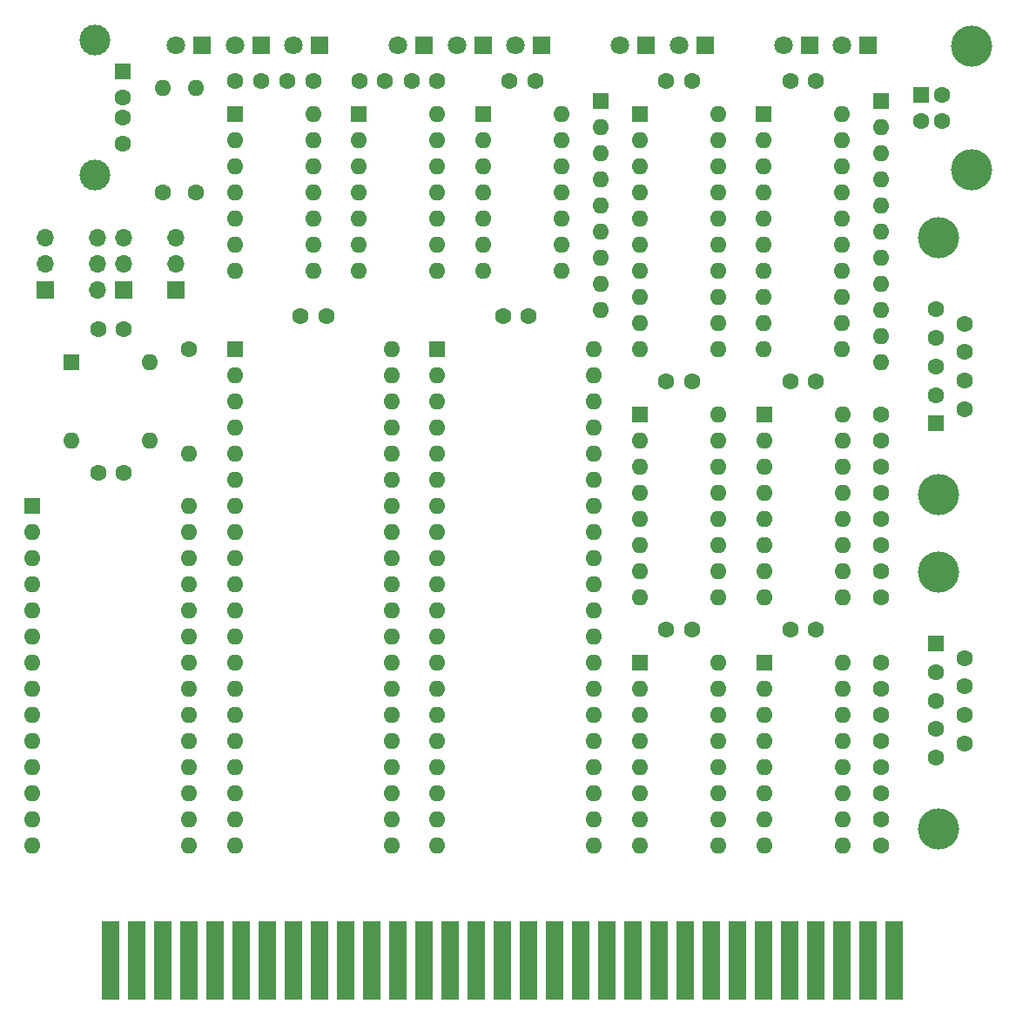
<source format=gbs>
G04 #@! TF.GenerationSoftware,KiCad,Pcbnew,7.0.7*
G04 #@! TF.CreationDate,2023-09-10T22:26:38-04:00*
G04 #@! TF.ProjectId,4 - Quad serial,34202d20-5175-4616-9420-73657269616c,1*
G04 #@! TF.SameCoordinates,Original*
G04 #@! TF.FileFunction,Soldermask,Bot*
G04 #@! TF.FilePolarity,Negative*
%FSLAX46Y46*%
G04 Gerber Fmt 4.6, Leading zero omitted, Abs format (unit mm)*
G04 Created by KiCad (PCBNEW 7.0.7) date 2023-09-10 22:26:38*
%MOMM*%
%LPD*%
G01*
G04 APERTURE LIST*
%ADD10C,1.600000*%
%ADD11R,1.780000X7.620000*%
%ADD12R,1.800000X1.800000*%
%ADD13C,1.800000*%
%ADD14R,1.600000X1.600000*%
%ADD15C,3.000000*%
%ADD16O,1.600000X1.600000*%
%ADD17R,1.700000X1.700000*%
%ADD18O,1.700000X1.700000*%
%ADD19C,4.000000*%
G04 APERTURE END LIST*
D10*
X163830000Y-97810000D03*
X163830000Y-100310000D03*
D11*
X165100000Y-145805000D03*
X162560000Y-145805000D03*
X160020000Y-145805000D03*
X157480000Y-145805000D03*
X154940000Y-145805000D03*
X152400000Y-145805000D03*
X149860000Y-145805000D03*
X147320000Y-145805000D03*
X144780000Y-145805000D03*
X142240000Y-145805000D03*
X139700000Y-145805000D03*
X137160000Y-145805000D03*
X134620000Y-145805000D03*
X132080000Y-145805000D03*
X129540000Y-145805000D03*
X127000000Y-145805000D03*
X124460000Y-145805000D03*
X121920000Y-145805000D03*
X119380000Y-145805000D03*
X116840000Y-145805000D03*
X114300000Y-145805000D03*
X111760000Y-145805000D03*
X109220000Y-145805000D03*
X106680000Y-145805000D03*
X104140000Y-145805000D03*
X101600000Y-145805000D03*
X99060000Y-145805000D03*
X96520000Y-145805000D03*
X93980000Y-145805000D03*
X91440000Y-145805000D03*
X88900000Y-145805000D03*
D12*
X103485000Y-56800000D03*
D13*
X100945000Y-56800000D03*
D10*
X157460000Y-89535000D03*
X154960000Y-89535000D03*
D12*
X130790000Y-56800000D03*
D13*
X128250000Y-56800000D03*
D10*
X157460000Y-60325000D03*
X154960000Y-60325000D03*
X163830000Y-116860000D03*
X163830000Y-119360000D03*
D14*
X90089400Y-59365000D03*
D10*
X90089400Y-61865000D03*
X90089400Y-63865000D03*
X90089400Y-66365000D03*
D15*
X87379400Y-56295000D03*
X87379400Y-69435000D03*
D12*
X119360000Y-56800000D03*
D13*
X116820000Y-56800000D03*
D14*
X136525000Y-62230000D03*
D16*
X136525000Y-64770000D03*
X136525000Y-67310000D03*
X136525000Y-69850000D03*
X136525000Y-72390000D03*
X136525000Y-74930000D03*
X136525000Y-77470000D03*
X136525000Y-80010000D03*
X136525000Y-82550000D03*
D14*
X152400000Y-63500000D03*
D16*
X152400000Y-66040000D03*
X152400000Y-68580000D03*
X152400000Y-71120000D03*
X152400000Y-73660000D03*
X152400000Y-76200000D03*
X152400000Y-78740000D03*
X152400000Y-81280000D03*
X152400000Y-83820000D03*
X152400000Y-86360000D03*
X160020000Y-86360000D03*
X160020000Y-83820000D03*
X160020000Y-81280000D03*
X160020000Y-78740000D03*
X160020000Y-76200000D03*
X160020000Y-73660000D03*
X160020000Y-71120000D03*
X160020000Y-68580000D03*
X160020000Y-66040000D03*
X160020000Y-63500000D03*
D14*
X152410000Y-92700000D03*
D16*
X152410000Y-95240000D03*
X152410000Y-97780000D03*
X152410000Y-100320000D03*
X152410000Y-102860000D03*
X152410000Y-105400000D03*
X152410000Y-107940000D03*
X152410000Y-110480000D03*
X160030000Y-110480000D03*
X160030000Y-107940000D03*
X160030000Y-105400000D03*
X160030000Y-102860000D03*
X160030000Y-100320000D03*
X160030000Y-97780000D03*
X160030000Y-95240000D03*
X160030000Y-92700000D03*
D10*
X163830000Y-102890000D03*
X163830000Y-105390000D03*
X157460000Y-113665000D03*
X154960000Y-113665000D03*
X163830000Y-92730000D03*
X163830000Y-95230000D03*
D14*
X152410000Y-116820000D03*
D16*
X152410000Y-119360000D03*
X152410000Y-121900000D03*
X152410000Y-124440000D03*
X152410000Y-126980000D03*
X152410000Y-129520000D03*
X152410000Y-132060000D03*
X152410000Y-134600000D03*
X160030000Y-134600000D03*
X160030000Y-132060000D03*
X160030000Y-129520000D03*
X160030000Y-126980000D03*
X160030000Y-124440000D03*
X160030000Y-121900000D03*
X160030000Y-119360000D03*
X160030000Y-116820000D03*
D10*
X106065000Y-60325000D03*
X108565000Y-60325000D03*
D14*
X140335000Y-63500000D03*
D16*
X140335000Y-66040000D03*
X140335000Y-68580000D03*
X140335000Y-71120000D03*
X140335000Y-73660000D03*
X140335000Y-76200000D03*
X140335000Y-78740000D03*
X140335000Y-81280000D03*
X140335000Y-83820000D03*
X140335000Y-86360000D03*
X147955000Y-86360000D03*
X147955000Y-83820000D03*
X147955000Y-81280000D03*
X147955000Y-78740000D03*
X147955000Y-76200000D03*
X147955000Y-73660000D03*
X147955000Y-71120000D03*
X147955000Y-68580000D03*
X147955000Y-66040000D03*
X147955000Y-63500000D03*
D10*
X127020000Y-83185000D03*
X129520000Y-83185000D03*
D12*
X97770000Y-56800000D03*
D13*
X95230000Y-56800000D03*
D14*
X100965000Y-63500000D03*
D16*
X100965000Y-66040000D03*
X100965000Y-68580000D03*
X100965000Y-71120000D03*
X100965000Y-73660000D03*
X100965000Y-76200000D03*
X100965000Y-78740000D03*
X108585000Y-78740000D03*
X108585000Y-76200000D03*
X108585000Y-73660000D03*
X108585000Y-71120000D03*
X108585000Y-68580000D03*
X108585000Y-66040000D03*
X108585000Y-63500000D03*
D10*
X163830000Y-110490000D03*
X163830000Y-107990000D03*
X163830000Y-134600000D03*
X163830000Y-132100000D03*
X97155000Y-71120000D03*
D16*
X97155000Y-60960000D03*
D10*
X90170000Y-84455000D03*
X87670000Y-84455000D03*
D12*
X109220000Y-56800000D03*
D13*
X106680000Y-56800000D03*
D14*
X85090000Y-87630000D03*
D16*
X85090000Y-95250000D03*
X92710000Y-95250000D03*
X92710000Y-87630000D03*
D12*
X162560000Y-56800000D03*
D13*
X160020000Y-56800000D03*
D10*
X163830000Y-121940000D03*
X163830000Y-124440000D03*
D12*
X146685000Y-56800000D03*
D13*
X144145000Y-56800000D03*
D10*
X96520000Y-86360000D03*
D16*
X96520000Y-96520000D03*
D12*
X156845000Y-56800000D03*
D13*
X154305000Y-56800000D03*
D14*
X140335000Y-92710000D03*
D16*
X140335000Y-95250000D03*
X140335000Y-97790000D03*
X140335000Y-100330000D03*
X140335000Y-102870000D03*
X140335000Y-105410000D03*
X140335000Y-107950000D03*
X140335000Y-110490000D03*
X147955000Y-110490000D03*
X147955000Y-107950000D03*
X147955000Y-105410000D03*
X147955000Y-102870000D03*
X147955000Y-100330000D03*
X147955000Y-97790000D03*
X147955000Y-95250000D03*
X147955000Y-92710000D03*
D17*
X82550000Y-80645000D03*
D18*
X82550000Y-78105000D03*
X82550000Y-75565000D03*
D12*
X125075000Y-56800000D03*
D13*
X122535000Y-56800000D03*
D17*
X90170000Y-80645000D03*
D18*
X87630000Y-80645000D03*
X90170000Y-78105000D03*
X87630000Y-78105000D03*
X90170000Y-75565000D03*
X87630000Y-75565000D03*
D10*
X90170000Y-98425000D03*
X87670000Y-98425000D03*
D14*
X167707600Y-61660200D03*
D10*
X167707600Y-64160200D03*
X169707600Y-64160200D03*
X169707600Y-61660200D03*
D19*
X172567600Y-56910200D03*
X172567600Y-68910200D03*
D14*
X163830000Y-62230000D03*
D16*
X163830000Y-64770000D03*
X163830000Y-67310000D03*
X163830000Y-69850000D03*
X163830000Y-72390000D03*
X163830000Y-74930000D03*
X163830000Y-77470000D03*
X163830000Y-80010000D03*
X163830000Y-82550000D03*
X163830000Y-85090000D03*
X163830000Y-87630000D03*
D10*
X100985000Y-60325000D03*
X103485000Y-60325000D03*
D14*
X113030000Y-63500000D03*
D16*
X113030000Y-66040000D03*
X113030000Y-68580000D03*
X113030000Y-71120000D03*
X113030000Y-73660000D03*
X113030000Y-76200000D03*
X113030000Y-78740000D03*
X120650000Y-78740000D03*
X120650000Y-76200000D03*
X120650000Y-73660000D03*
X120650000Y-71120000D03*
X120650000Y-68580000D03*
X120650000Y-66040000D03*
X120650000Y-63500000D03*
D10*
X93980000Y-71120000D03*
D16*
X93980000Y-60960000D03*
D14*
X125095000Y-63500000D03*
D16*
X125095000Y-66040000D03*
X125095000Y-68580000D03*
X125095000Y-71120000D03*
X125095000Y-73660000D03*
X125095000Y-76200000D03*
X125095000Y-78740000D03*
X132715000Y-78740000D03*
X132715000Y-76200000D03*
X132715000Y-73660000D03*
X132715000Y-71120000D03*
X132715000Y-68580000D03*
X132715000Y-66040000D03*
X132715000Y-63500000D03*
D14*
X100965000Y-86350000D03*
D16*
X100965000Y-88890000D03*
X100965000Y-91430000D03*
X100965000Y-93970000D03*
X100965000Y-96510000D03*
X100965000Y-99050000D03*
X100965000Y-101590000D03*
X100965000Y-104130000D03*
X100965000Y-106670000D03*
X100965000Y-109210000D03*
X100965000Y-111750000D03*
X100965000Y-114290000D03*
X100965000Y-116830000D03*
X100965000Y-119370000D03*
X100965000Y-121910000D03*
X100965000Y-124450000D03*
X100965000Y-126990000D03*
X100965000Y-129530000D03*
X100965000Y-132070000D03*
X100965000Y-134610000D03*
X116205000Y-134610000D03*
X116205000Y-132070000D03*
X116205000Y-129530000D03*
X116205000Y-126990000D03*
X116205000Y-124450000D03*
X116205000Y-121910000D03*
X116205000Y-119370000D03*
X116205000Y-116830000D03*
X116205000Y-114290000D03*
X116205000Y-111750000D03*
X116205000Y-109210000D03*
X116205000Y-106670000D03*
X116205000Y-104130000D03*
X116205000Y-101590000D03*
X116205000Y-99050000D03*
X116205000Y-96510000D03*
X116205000Y-93970000D03*
X116205000Y-91430000D03*
X116205000Y-88890000D03*
X116205000Y-86350000D03*
D14*
X120650000Y-86350000D03*
D16*
X120650000Y-88890000D03*
X120650000Y-91430000D03*
X120650000Y-93970000D03*
X120650000Y-96510000D03*
X120650000Y-99050000D03*
X120650000Y-101590000D03*
X120650000Y-104130000D03*
X120650000Y-106670000D03*
X120650000Y-109210000D03*
X120650000Y-111750000D03*
X120650000Y-114290000D03*
X120650000Y-116830000D03*
X120650000Y-119370000D03*
X120650000Y-121910000D03*
X120650000Y-124450000D03*
X120650000Y-126990000D03*
X120650000Y-129530000D03*
X120650000Y-132070000D03*
X120650000Y-134610000D03*
X135890000Y-134610000D03*
X135890000Y-132070000D03*
X135890000Y-129530000D03*
X135890000Y-126990000D03*
X135890000Y-124450000D03*
X135890000Y-121910000D03*
X135890000Y-119370000D03*
X135890000Y-116830000D03*
X135890000Y-114290000D03*
X135890000Y-111750000D03*
X135890000Y-109210000D03*
X135890000Y-106670000D03*
X135890000Y-104130000D03*
X135890000Y-101590000D03*
X135890000Y-99050000D03*
X135890000Y-96510000D03*
X135890000Y-93970000D03*
X135890000Y-91430000D03*
X135890000Y-88890000D03*
X135890000Y-86350000D03*
D10*
X145395000Y-113665000D03*
X142895000Y-113665000D03*
X118130000Y-60325000D03*
X120630000Y-60325000D03*
D19*
X169409400Y-133050600D03*
X169409400Y-108050600D03*
D14*
X169109400Y-115010600D03*
D10*
X169109400Y-117780600D03*
X169109400Y-120550600D03*
X169109400Y-123320600D03*
X169109400Y-126090600D03*
X171949400Y-116395600D03*
X171949400Y-119165600D03*
X171949400Y-121935600D03*
X171949400Y-124705600D03*
X145395000Y-60325000D03*
X142895000Y-60325000D03*
D14*
X140335000Y-116820000D03*
D16*
X140335000Y-119360000D03*
X140335000Y-121900000D03*
X140335000Y-124440000D03*
X140335000Y-126980000D03*
X140335000Y-129520000D03*
X140335000Y-132060000D03*
X140335000Y-134600000D03*
X147955000Y-134600000D03*
X147955000Y-132060000D03*
X147955000Y-129520000D03*
X147955000Y-126980000D03*
X147955000Y-124440000D03*
X147955000Y-121900000D03*
X147955000Y-119360000D03*
X147955000Y-116820000D03*
D19*
X169409400Y-100550600D03*
X169409400Y-75550600D03*
D14*
X169109400Y-93590600D03*
D10*
X169109400Y-90820600D03*
X169109400Y-88050600D03*
X169109400Y-85280600D03*
X169109400Y-82510600D03*
X171949400Y-92205600D03*
X171949400Y-89435600D03*
X171949400Y-86665600D03*
X171949400Y-83895600D03*
D17*
X95250000Y-80645000D03*
D18*
X95250000Y-78105000D03*
X95250000Y-75565000D03*
D10*
X163830000Y-127020000D03*
X163830000Y-129520000D03*
X145395000Y-89535000D03*
X142895000Y-89535000D03*
X107335000Y-83185000D03*
X109835000Y-83185000D03*
D14*
X81265000Y-101575000D03*
D16*
X81265000Y-104115000D03*
X81265000Y-106655000D03*
X81265000Y-109195000D03*
X81265000Y-111735000D03*
X81265000Y-114275000D03*
X81265000Y-116815000D03*
X81265000Y-119355000D03*
X81265000Y-121895000D03*
X81265000Y-124435000D03*
X81265000Y-126975000D03*
X81265000Y-129515000D03*
X81265000Y-132055000D03*
X81265000Y-134595000D03*
X96505000Y-134595000D03*
X96505000Y-132055000D03*
X96505000Y-129515000D03*
X96505000Y-126975000D03*
X96505000Y-124435000D03*
X96505000Y-121895000D03*
X96505000Y-119355000D03*
X96505000Y-116815000D03*
X96505000Y-114275000D03*
X96505000Y-111735000D03*
X96505000Y-109195000D03*
X96505000Y-106655000D03*
X96505000Y-104115000D03*
X96505000Y-101575000D03*
D10*
X130155000Y-60325000D03*
X127655000Y-60325000D03*
D12*
X140970000Y-56800000D03*
D13*
X138430000Y-56800000D03*
D10*
X113050000Y-60325000D03*
X115550000Y-60325000D03*
M02*

</source>
